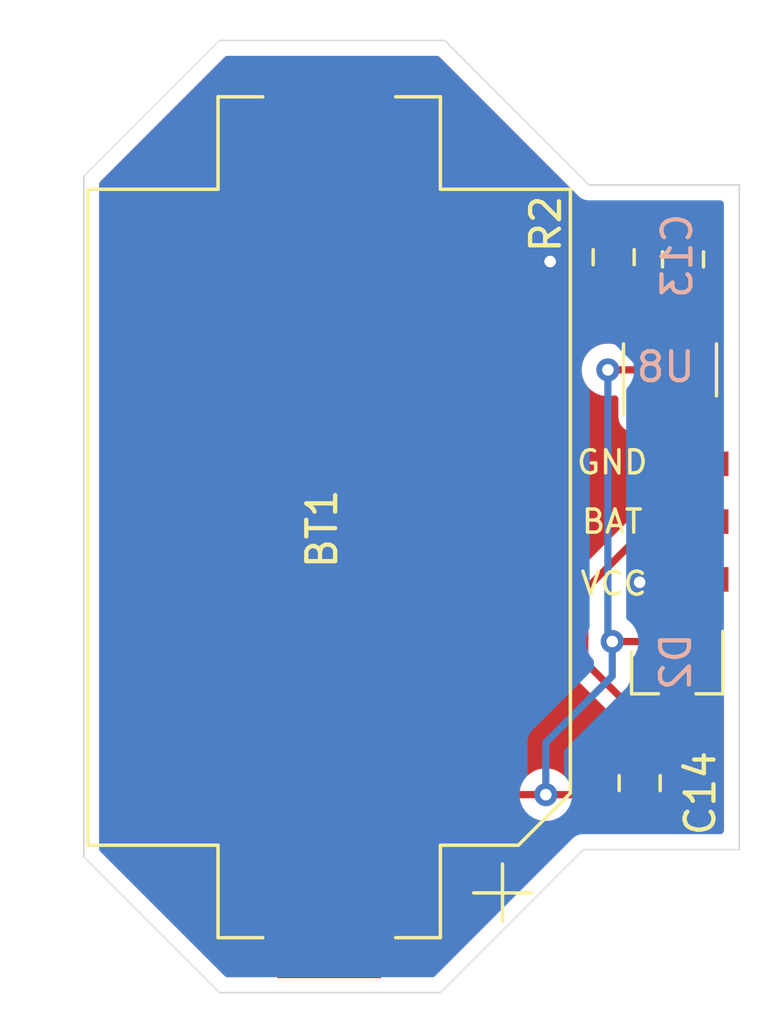
<source format=kicad_pcb>
(kicad_pcb (version 20171130) (host pcbnew "(5.1.7)-1")

  (general
    (thickness 1.6)
    (drawings 15)
    (tracks 51)
    (zones 0)
    (modules 7)
    (nets 7)
  )

  (page A4)
  (layers
    (0 F.Cu signal)
    (31 B.Cu signal)
    (32 B.Adhes user)
    (33 F.Adhes user)
    (34 B.Paste user)
    (35 F.Paste user)
    (36 B.SilkS user)
    (37 F.SilkS user)
    (38 B.Mask user)
    (39 F.Mask user)
    (40 Dwgs.User user)
    (41 Cmts.User user hide)
    (42 Eco1.User user hide)
    (43 Eco2.User user hide)
    (44 Edge.Cuts user)
    (45 Margin user hide)
    (46 B.CrtYd user hide)
    (47 F.CrtYd user)
    (48 B.Fab user hide)
    (49 F.Fab user hide)
  )

  (setup
    (last_trace_width 0.25)
    (trace_clearance 0.2)
    (zone_clearance 0.508)
    (zone_45_only no)
    (trace_min 0.2)
    (via_size 0.8)
    (via_drill 0.4)
    (via_min_size 0.4)
    (via_min_drill 0.3)
    (uvia_size 0.3)
    (uvia_drill 0.1)
    (uvias_allowed no)
    (uvia_min_size 0.2)
    (uvia_min_drill 0.1)
    (edge_width 0.05)
    (segment_width 0.2)
    (pcb_text_width 0.3)
    (pcb_text_size 1.5 1.5)
    (mod_edge_width 0.12)
    (mod_text_size 1 1)
    (mod_text_width 0.15)
    (pad_size 1.524 1.524)
    (pad_drill 0.762)
    (pad_to_mask_clearance 0)
    (aux_axis_origin 0 0)
    (visible_elements 7FFFFFFF)
    (pcbplotparams
      (layerselection 0x010fc_ffffffff)
      (usegerberextensions false)
      (usegerberattributes true)
      (usegerberadvancedattributes true)
      (creategerberjobfile true)
      (excludeedgelayer true)
      (linewidth 0.100000)
      (plotframeref false)
      (viasonmask false)
      (mode 1)
      (useauxorigin false)
      (hpglpennumber 1)
      (hpglpenspeed 20)
      (hpglpendiameter 15.000000)
      (psnegative false)
      (psa4output false)
      (plotreference true)
      (plotvalue true)
      (plotinvisibletext false)
      (padsonsilk false)
      (subtractmaskfromsilk false)
      (outputformat 1)
      (mirror false)
      (drillshape 0)
      (scaleselection 1)
      (outputdirectory "gerber/"))
  )

  (net 0 "")
  (net 1 "Net-(BT1-Pad1)")
  (net 2 GNDD)
  (net 3 VCC)
  (net 4 "Net-(D2-Pad3)")
  (net 5 "Net-(R2-Pad1)")
  (net 6 "Net-(U8-Pad1)")

  (net_class Default "This is the default net class."
    (clearance 0.2)
    (trace_width 0.25)
    (via_dia 0.8)
    (via_drill 0.4)
    (uvia_dia 0.3)
    (uvia_drill 0.1)
    (add_net GNDD)
    (add_net "Net-(BT1-Pad1)")
    (add_net "Net-(D2-Pad3)")
    (add_net "Net-(R2-Pad1)")
    (add_net "Net-(U8-Pad1)")
    (add_net VCC)
  )

  (module Connector_PinHeader_2.00mm:PinHeader_1x03_P2.00mm_Vertical_SMD_Pin1Left (layer F.Cu) (tedit 62EB641B) (tstamp 62EBCEF0)
    (at 167.95 86.8 180)
    (descr "surface-mounted straight pin header, 1x03, 2.00mm pitch, single row, style 1 (pin 1 left)")
    (tags "Surface mounted pin header SMD 1x03 2.00mm single row style1 pin1 left")
    (path /62F573B9)
    (attr smd)
    (fp_text reference J1 (at 0 -4.06) (layer Cmts.User)
      (effects (font (size 1 1) (thickness 0.15)))
    )
    (fp_text value Conn_01x03_Female (at 0 4.06) (layer F.Fab)
      (effects (font (size 1 1) (thickness 0.15)))
    )
    (fp_line (start -0.25 -3) (end 1 -3) (layer F.Fab) (width 0.1))
    (fp_line (start -1 3) (end -1 -2.25) (layer F.Fab) (width 0.1))
    (fp_line (start -1 -2.25) (end -0.25 -3) (layer F.Fab) (width 0.1))
    (fp_line (start 1 -3) (end 1 3) (layer F.Fab) (width 0.1))
    (fp_text user %R (at 0 0 90) (layer F.Fab)
      (effects (font (size 1 1) (thickness 0.15)))
    )
    (pad 2 smd rect (at 0 0 180) (size 2.35 0.85) (layers F.Cu F.Paste F.Mask)
      (net 4 "Net-(D2-Pad3)"))
    (pad 3 smd rect (at 0 2 180) (size 2.35 0.85) (layers F.Cu F.Paste F.Mask)
      (net 2 GNDD))
    (pad 1 smd rect (at 0 -2 180) (size 2.35 0.85) (layers F.Cu F.Paste F.Mask)
      (net 3 VCC))
    (model ${KISYS3DMOD}/Connector_PinHeader_2.00mm.3dshapes/PinHeader_1x03_P2.00mm_Vertical_SMD_Pin1Left.wrl
      (at (xyz 0 0 0))
      (scale (xyz 1 1 1))
      (rotate (xyz 0 0 0))
    )
  )

  (module Package_TO_SOT_SMD:SOT-23-5 (layer F.Cu) (tedit 5A02FF57) (tstamp 62EBC4A6)
    (at 167.1 81.55 90)
    (descr "5-pin SOT23 package")
    (tags SOT-23-5)
    (path /62EA5BCE)
    (attr smd)
    (fp_text reference U8 (at 0.1 -0.15) (layer B.SilkS)
      (effects (font (size 1 1) (thickness 0.15)) (justify mirror))
    )
    (fp_text value MCP73832-2-OT (at 0 2.9 90) (layer F.Fab)
      (effects (font (size 1 1) (thickness 0.15)))
    )
    (fp_line (start -0.9 1.61) (end 0.9 1.61) (layer F.SilkS) (width 0.12))
    (fp_line (start 0.9 -1.61) (end -1.55 -1.61) (layer F.SilkS) (width 0.12))
    (fp_line (start -1.9 -1.8) (end 1.9 -1.8) (layer F.CrtYd) (width 0.05))
    (fp_line (start 1.9 -1.8) (end 1.9 1.8) (layer F.CrtYd) (width 0.05))
    (fp_line (start 1.9 1.8) (end -1.9 1.8) (layer F.CrtYd) (width 0.05))
    (fp_line (start -1.9 1.8) (end -1.9 -1.8) (layer F.CrtYd) (width 0.05))
    (fp_line (start -0.9 -0.9) (end -0.25 -1.55) (layer F.Fab) (width 0.1))
    (fp_line (start 0.9 -1.55) (end -0.25 -1.55) (layer F.Fab) (width 0.1))
    (fp_line (start -0.9 -0.9) (end -0.9 1.55) (layer F.Fab) (width 0.1))
    (fp_line (start 0.9 1.55) (end -0.9 1.55) (layer F.Fab) (width 0.1))
    (fp_line (start 0.9 -1.55) (end 0.9 1.55) (layer F.Fab) (width 0.1))
    (fp_text user %R (at 0 0) (layer F.Fab)
      (effects (font (size 0.5 0.5) (thickness 0.075)))
    )
    (pad 5 smd rect (at 1.1 -0.95 90) (size 1.06 0.65) (layers F.Cu F.Paste F.Mask)
      (net 5 "Net-(R2-Pad1)"))
    (pad 4 smd rect (at 1.1 0.95 90) (size 1.06 0.65) (layers F.Cu F.Paste F.Mask)
      (net 3 VCC))
    (pad 3 smd rect (at -1.1 0.95 90) (size 1.06 0.65) (layers F.Cu F.Paste F.Mask)
      (net 1 "Net-(BT1-Pad1)"))
    (pad 2 smd rect (at -1.1 0 90) (size 1.06 0.65) (layers F.Cu F.Paste F.Mask)
      (net 2 GNDD))
    (pad 1 smd rect (at -1.1 -0.95 90) (size 1.06 0.65) (layers F.Cu F.Paste F.Mask)
      (net 6 "Net-(U8-Pad1)"))
    (model ${KISYS3DMOD}/Package_TO_SOT_SMD.3dshapes/SOT-23-5.wrl
      (at (xyz 0 0 0))
      (scale (xyz 1 1 1))
      (rotate (xyz 0 0 0))
    )
  )

  (module Resistor_SMD:R_0805_2012Metric_Pad1.15x1.40mm_HandSolder (layer F.Cu) (tedit 5B36C52B) (tstamp 62EBC491)
    (at 165.15 77.65 90)
    (descr "Resistor SMD 0805 (2012 Metric), square (rectangular) end terminal, IPC_7351 nominal with elongated pad for handsoldering. (Body size source: https://docs.google.com/spreadsheets/d/1BsfQQcO9C6DZCsRaXUlFlo91Tg2WpOkGARC1WS5S8t0/edit?usp=sharing), generated with kicad-footprint-generator")
    (tags "resistor handsolder")
    (path /634D5376)
    (attr smd)
    (fp_text reference R2 (at 1.15 -2.35 270) (layer F.SilkS)
      (effects (font (size 1 1) (thickness 0.15)))
    )
    (fp_text value 28k (at 0 1.65 90) (layer F.Fab)
      (effects (font (size 1 1) (thickness 0.15)))
    )
    (fp_line (start -1 0.6) (end -1 -0.6) (layer F.Fab) (width 0.1))
    (fp_line (start -1 -0.6) (end 1 -0.6) (layer F.Fab) (width 0.1))
    (fp_line (start 1 -0.6) (end 1 0.6) (layer F.Fab) (width 0.1))
    (fp_line (start 1 0.6) (end -1 0.6) (layer F.Fab) (width 0.1))
    (fp_line (start -0.261252 -0.71) (end 0.261252 -0.71) (layer F.SilkS) (width 0.12))
    (fp_line (start -0.261252 0.71) (end 0.261252 0.71) (layer F.SilkS) (width 0.12))
    (fp_line (start -1.85 0.95) (end -1.85 -0.95) (layer F.CrtYd) (width 0.05))
    (fp_line (start -1.85 -0.95) (end 1.85 -0.95) (layer F.CrtYd) (width 0.05))
    (fp_line (start 1.85 -0.95) (end 1.85 0.95) (layer F.CrtYd) (width 0.05))
    (fp_line (start 1.85 0.95) (end -1.85 0.95) (layer F.CrtYd) (width 0.05))
    (fp_text user %R (at 0 0 90) (layer F.Fab)
      (effects (font (size 0.5 0.5) (thickness 0.08)))
    )
    (pad 2 smd roundrect (at 1.025 0 90) (size 1.15 1.4) (layers F.Cu F.Paste F.Mask) (roundrect_rratio 0.2173904347826087)
      (net 2 GNDD))
    (pad 1 smd roundrect (at -1.025 0 90) (size 1.15 1.4) (layers F.Cu F.Paste F.Mask) (roundrect_rratio 0.2173904347826087)
      (net 5 "Net-(R2-Pad1)"))
    (model ${KISYS3DMOD}/Resistor_SMD.3dshapes/R_0805_2012Metric.wrl
      (at (xyz 0 0 0))
      (scale (xyz 1 1 1))
      (rotate (xyz 0 0 0))
    )
  )

  (module Package_TO_SOT_SMD:SOT-23 (layer F.Cu) (tedit 5A02FF57) (tstamp 62EBC45E)
    (at 167.35 92 270)
    (descr "SOT-23, Standard")
    (tags SOT-23)
    (path /63448F7F)
    (attr smd)
    (fp_text reference D2 (at -0.35 0.05 90) (layer B.SilkS)
      (effects (font (size 1 1) (thickness 0.15)) (justify mirror))
    )
    (fp_text value BAT54C (at 0 2.5 90) (layer F.Fab)
      (effects (font (size 1 1) (thickness 0.15)))
    )
    (fp_line (start -0.7 -0.95) (end -0.7 1.5) (layer F.Fab) (width 0.1))
    (fp_line (start -0.15 -1.52) (end 0.7 -1.52) (layer F.Fab) (width 0.1))
    (fp_line (start -0.7 -0.95) (end -0.15 -1.52) (layer F.Fab) (width 0.1))
    (fp_line (start 0.7 -1.52) (end 0.7 1.52) (layer F.Fab) (width 0.1))
    (fp_line (start -0.7 1.52) (end 0.7 1.52) (layer F.Fab) (width 0.1))
    (fp_line (start 0.76 1.58) (end 0.76 0.65) (layer F.SilkS) (width 0.12))
    (fp_line (start 0.76 -1.58) (end 0.76 -0.65) (layer F.SilkS) (width 0.12))
    (fp_line (start -1.7 -1.75) (end 1.7 -1.75) (layer F.CrtYd) (width 0.05))
    (fp_line (start 1.7 -1.75) (end 1.7 1.75) (layer F.CrtYd) (width 0.05))
    (fp_line (start 1.7 1.75) (end -1.7 1.75) (layer F.CrtYd) (width 0.05))
    (fp_line (start -1.7 1.75) (end -1.7 -1.75) (layer F.CrtYd) (width 0.05))
    (fp_line (start 0.76 -1.58) (end -1.4 -1.58) (layer F.SilkS) (width 0.12))
    (fp_line (start 0.76 1.58) (end -0.7 1.58) (layer F.SilkS) (width 0.12))
    (fp_text user %R (at 0 0) (layer F.Fab)
      (effects (font (size 0.5 0.5) (thickness 0.075)))
    )
    (pad 3 smd rect (at 1 0 270) (size 0.9 0.8) (layers F.Cu F.Paste F.Mask)
      (net 4 "Net-(D2-Pad3)"))
    (pad 2 smd rect (at -1 0.95 270) (size 0.9 0.8) (layers F.Cu F.Paste F.Mask)
      (net 1 "Net-(BT1-Pad1)"))
    (pad 1 smd rect (at -1 -0.95 270) (size 0.9 0.8) (layers F.Cu F.Paste F.Mask)
      (net 3 VCC))
    (model ${KISYS3DMOD}/Package_TO_SOT_SMD.3dshapes/SOT-23.wrl
      (at (xyz 0 0 0))
      (scale (xyz 1 1 1))
      (rotate (xyz 0 0 0))
    )
  )

  (module Capacitor_SMD:C_0805_2012Metric_Pad1.15x1.40mm_HandSolder (layer F.Cu) (tedit 5B36C52B) (tstamp 62EBC449)
    (at 166.05 95.85 90)
    (descr "Capacitor SMD 0805 (2012 Metric), square (rectangular) end terminal, IPC_7351 nominal with elongated pad for handsoldering. (Body size source: https://docs.google.com/spreadsheets/d/1BsfQQcO9C6DZCsRaXUlFlo91Tg2WpOkGARC1WS5S8t0/edit?usp=sharing), generated with kicad-footprint-generator")
    (tags "capacitor handsolder")
    (path /62F16D1B)
    (attr smd)
    (fp_text reference C14 (at -0.35 2.1 90) (layer F.SilkS)
      (effects (font (size 1 1) (thickness 0.15)))
    )
    (fp_text value 4.7u (at 0 1.65 270) (layer F.Fab)
      (effects (font (size 1 1) (thickness 0.15)))
    )
    (fp_line (start -1 0.6) (end -1 -0.6) (layer F.Fab) (width 0.1))
    (fp_line (start -1 -0.6) (end 1 -0.6) (layer F.Fab) (width 0.1))
    (fp_line (start 1 -0.6) (end 1 0.6) (layer F.Fab) (width 0.1))
    (fp_line (start 1 0.6) (end -1 0.6) (layer F.Fab) (width 0.1))
    (fp_line (start -0.261252 -0.71) (end 0.261252 -0.71) (layer F.SilkS) (width 0.12))
    (fp_line (start -0.261252 0.71) (end 0.261252 0.71) (layer F.SilkS) (width 0.12))
    (fp_line (start -1.85 0.95) (end -1.85 -0.95) (layer F.CrtYd) (width 0.05))
    (fp_line (start -1.85 -0.95) (end 1.85 -0.95) (layer F.CrtYd) (width 0.05))
    (fp_line (start 1.85 -0.95) (end 1.85 0.95) (layer F.CrtYd) (width 0.05))
    (fp_line (start 1.85 0.95) (end -1.85 0.95) (layer F.CrtYd) (width 0.05))
    (fp_text user %R (at 0 0 270) (layer F.Fab)
      (effects (font (size 0.5 0.5) (thickness 0.08)))
    )
    (pad 2 smd roundrect (at 1.025 0 90) (size 1.15 1.4) (layers F.Cu F.Paste F.Mask) (roundrect_rratio 0.2173904347826087)
      (net 2 GNDD))
    (pad 1 smd roundrect (at -1.025 0 90) (size 1.15 1.4) (layers F.Cu F.Paste F.Mask) (roundrect_rratio 0.2173904347826087)
      (net 1 "Net-(BT1-Pad1)"))
    (model ${KISYS3DMOD}/Capacitor_SMD.3dshapes/C_0805_2012Metric.wrl
      (at (xyz 0 0 0))
      (scale (xyz 1 1 1))
      (rotate (xyz 0 0 0))
    )
  )

  (module Capacitor_SMD:C_0805_2012Metric_Pad1.15x1.40mm_HandSolder (layer F.Cu) (tedit 5B36C52B) (tstamp 62EBCE32)
    (at 167.55 77.725 90)
    (descr "Capacitor SMD 0805 (2012 Metric), square (rectangular) end terminal, IPC_7351 nominal with elongated pad for handsoldering. (Body size source: https://docs.google.com/spreadsheets/d/1BsfQQcO9C6DZCsRaXUlFlo91Tg2WpOkGARC1WS5S8t0/edit?usp=sharing), generated with kicad-footprint-generator")
    (tags "capacitor handsolder")
    (path /6355267C)
    (attr smd)
    (fp_text reference C13 (at 0.125 -0.2 90) (layer B.SilkS)
      (effects (font (size 1 1) (thickness 0.15)) (justify mirror))
    )
    (fp_text value 4.7u (at 0 1.65 90) (layer F.Fab)
      (effects (font (size 1 1) (thickness 0.15)))
    )
    (fp_line (start -1 0.6) (end -1 -0.6) (layer F.Fab) (width 0.1))
    (fp_line (start -1 -0.6) (end 1 -0.6) (layer F.Fab) (width 0.1))
    (fp_line (start 1 -0.6) (end 1 0.6) (layer F.Fab) (width 0.1))
    (fp_line (start 1 0.6) (end -1 0.6) (layer F.Fab) (width 0.1))
    (fp_line (start -0.261252 -0.71) (end 0.261252 -0.71) (layer F.SilkS) (width 0.12))
    (fp_line (start -0.261252 0.71) (end 0.261252 0.71) (layer F.SilkS) (width 0.12))
    (fp_line (start -1.85 0.95) (end -1.85 -0.95) (layer F.CrtYd) (width 0.05))
    (fp_line (start -1.85 -0.95) (end 1.85 -0.95) (layer F.CrtYd) (width 0.05))
    (fp_line (start 1.85 -0.95) (end 1.85 0.95) (layer F.CrtYd) (width 0.05))
    (fp_line (start 1.85 0.95) (end -1.85 0.95) (layer F.CrtYd) (width 0.05))
    (fp_text user %R (at 0 0 90) (layer F.Fab)
      (effects (font (size 0.5 0.5) (thickness 0.08)))
    )
    (pad 2 smd roundrect (at 1.025 0 90) (size 1.15 1.4) (layers F.Cu F.Paste F.Mask) (roundrect_rratio 0.2173904347826087)
      (net 2 GNDD))
    (pad 1 smd roundrect (at -1.025 0 90) (size 1.15 1.4) (layers F.Cu F.Paste F.Mask) (roundrect_rratio 0.2173904347826087)
      (net 3 VCC))
    (model ${KISYS3DMOD}/Capacitor_SMD.3dshapes/C_0805_2012Metric.wrl
      (at (xyz 0 0 0))
      (scale (xyz 1 1 1))
      (rotate (xyz 0 0 0))
    )
  )

  (module Battery:BatteryHolder_Keystone_1060_1x2032 (layer F.Cu) (tedit 5B98EF5E) (tstamp 62EBC427)
    (at 155.3 86.65 90)
    (descr http://www.keyelco.com/product-pdf.cfm?p=726)
    (tags "CR2032 BR2032 BatteryHolder Battery")
    (path /62EA7BB3)
    (attr smd)
    (fp_text reference BT1 (at -0.4 -0.25 90) (layer F.SilkS)
      (effects (font (size 1 1) (thickness 0.15)))
    )
    (fp_text value rjd2032C1 (at 0 -11.75 90) (layer F.Fab)
      (effects (font (size 1 1) (thickness 0.15)))
    )
    (fp_circle (center 0 0) (end -10.2 0) (layer Dwgs.User) (width 0.3))
    (fp_line (start 11 8) (end -9.4 8) (layer F.Fab) (width 0.1))
    (fp_line (start 11 -8) (end -11 -8) (layer F.Fab) (width 0.1))
    (fp_line (start 11 8) (end 11 3.5) (layer F.Fab) (width 0.1))
    (fp_line (start 11 -8) (end 11 -3.5) (layer F.Fab) (width 0.1))
    (fp_line (start -11 -8) (end -11 -3.5) (layer F.Fab) (width 0.1))
    (fp_line (start -11 6.4) (end -11 3.5) (layer F.Fab) (width 0.1))
    (fp_line (start -11 3.5) (end -14.2 3.5) (layer F.Fab) (width 0.1))
    (fp_line (start -14.2 3.5) (end -14.2 -3.5) (layer F.Fab) (width 0.1))
    (fp_line (start -14.2 -3.5) (end -11 -3.5) (layer F.Fab) (width 0.1))
    (fp_line (start 11 3.5) (end 14.2 3.5) (layer F.Fab) (width 0.1))
    (fp_line (start 14.2 3.5) (end 14.2 -3.5) (layer F.Fab) (width 0.1))
    (fp_line (start 14.2 -3.5) (end 11 -3.5) (layer F.Fab) (width 0.1))
    (fp_line (start -9.4 8) (end -11 6.4) (layer F.Fab) (width 0.1))
    (fp_line (start 11.35 3.85) (end 14.55 3.85) (layer F.SilkS) (width 0.12))
    (fp_line (start 14.55 3.85) (end 14.55 2.3) (layer F.SilkS) (width 0.12))
    (fp_line (start 11.35 8.35) (end 11.35 3.85) (layer F.SilkS) (width 0.12))
    (fp_line (start 11.35 8.35) (end -9.55 8.35) (layer F.SilkS) (width 0.12))
    (fp_line (start -11.35 6.55) (end -11.35 3.85) (layer F.SilkS) (width 0.12))
    (fp_line (start -9.55 8.35) (end -11.35 6.55) (layer F.SilkS) (width 0.12))
    (fp_line (start -11.35 3.85) (end -14.55 3.85) (layer F.SilkS) (width 0.12))
    (fp_line (start -14.55 3.85) (end -14.55 2.3) (layer F.SilkS) (width 0.12))
    (fp_line (start -11.35 -3.85) (end -14.55 -3.85) (layer F.SilkS) (width 0.12))
    (fp_line (start -14.55 -3.85) (end -14.55 -2.3) (layer F.SilkS) (width 0.12))
    (fp_line (start 11.35 -3.85) (end 14.55 -3.85) (layer F.SilkS) (width 0.12))
    (fp_line (start 14.55 -3.85) (end 14.55 -2.3) (layer F.SilkS) (width 0.12))
    (fp_line (start -11.35 -8.35) (end 11.35 -8.35) (layer F.SilkS) (width 0.12))
    (fp_line (start -11.35 -8.35) (end -11.35 -3.85) (layer F.SilkS) (width 0.12))
    (fp_line (start 11.35 -8.35) (end 11.35 -3.85) (layer F.SilkS) (width 0.12))
    (fp_line (start 11.5 8.5) (end 6.5 8.5) (layer F.CrtYd) (width 0.05))
    (fp_line (start -6.5 8.5) (end -11.5 8.5) (layer F.CrtYd) (width 0.05))
    (fp_line (start -11.5 4) (end -11.5 8.5) (layer F.CrtYd) (width 0.05))
    (fp_line (start -14.7 4) (end -11.5 4) (layer F.CrtYd) (width 0.05))
    (fp_line (start -14.7 4) (end -14.7 2.3) (layer F.CrtYd) (width 0.05))
    (fp_line (start -14.7 2.3) (end -16.45 2.3) (layer F.CrtYd) (width 0.05))
    (fp_line (start -16.45 2.3) (end -16.45 -2.3) (layer F.CrtYd) (width 0.05))
    (fp_line (start -14.7 -2.3) (end -16.45 -2.3) (layer F.CrtYd) (width 0.05))
    (fp_line (start -14.7 -2.3) (end -14.7 -4) (layer F.CrtYd) (width 0.05))
    (fp_line (start -14.7 -4) (end -11.5 -4) (layer F.CrtYd) (width 0.05))
    (fp_line (start -11.5 -4) (end -11.5 -8.5) (layer F.CrtYd) (width 0.05))
    (fp_line (start -11.5 -8.5) (end -6.5 -8.5) (layer F.CrtYd) (width 0.05))
    (fp_line (start 11.5 -8.5) (end 11.5 -4) (layer F.CrtYd) (width 0.05))
    (fp_line (start 11.5 -4) (end 14.7 -4) (layer F.CrtYd) (width 0.05))
    (fp_line (start 14.7 -4) (end 14.7 -2.3) (layer F.CrtYd) (width 0.05))
    (fp_line (start 14.7 -2.3) (end 16.45 -2.3) (layer F.CrtYd) (width 0.05))
    (fp_line (start 16.45 -2.3) (end 16.45 2.3) (layer F.CrtYd) (width 0.05))
    (fp_line (start 16.45 2.3) (end 14.7 2.3) (layer F.CrtYd) (width 0.05))
    (fp_line (start 14.7 2.3) (end 14.7 4) (layer F.CrtYd) (width 0.05))
    (fp_line (start 14.7 4) (end 11.5 4) (layer F.CrtYd) (width 0.05))
    (fp_line (start 11.5 4) (end 11.5 8.5) (layer F.CrtYd) (width 0.05))
    (fp_line (start 11.5 -8.5) (end 6.5 -8.5) (layer F.CrtYd) (width 0.05))
    (fp_line (start -13 5) (end -13 7) (layer F.SilkS) (width 0.12))
    (fp_line (start -12 6) (end -14 6) (layer F.SilkS) (width 0.12))
    (fp_text user %R (at 0 0 90) (layer F.Fab)
      (effects (font (size 1 1) (thickness 0.15)))
    )
    (fp_arc (start 0 0) (end 6.5 -8.5) (angle -74.81070976) (layer F.CrtYd) (width 0.05))
    (fp_arc (start 0 0) (end -6.5 8.5) (angle -74.81070976) (layer F.CrtYd) (width 0.05))
    (pad 1 smd rect (at -14.65 0 270) (size 2.6 3.6) (layers F.Cu F.Paste F.Mask)
      (net 1 "Net-(BT1-Pad1)"))
    (pad 2 smd rect (at 14.65 0 270) (size 2.6 3.6) (layers F.Cu F.Paste F.Mask)
      (net 2 GNDD))
    (model ${KISYS3DMOD}/Battery.3dshapes/BatteryHolder_Keystone_1060_1x2032.wrl
      (at (xyz 0 0 0))
      (scale (xyz 1 1 1))
      (rotate (xyz 0 0 0))
    )
  )

  (gr_text VCC (at 165.15 88.95) (layer F.SilkS)
    (effects (font (size 0.8 0.8) (thickness 0.12)))
  )
  (gr_text GND (at 165.1 84.75) (layer F.SilkS)
    (effects (font (size 0.8 0.8) (thickness 0.12)))
  )
  (gr_text BAT (at 165.1 86.8) (layer F.SilkS)
    (effects (font (size 0.8 0.8) (thickness 0.12)))
  )
  (gr_line (start 164.1 98.15) (end 159.15 103.1) (layer Edge.Cuts) (width 0.05))
  (gr_line (start 159.1 103.1) (end 159.15 103.1) (layer Edge.Cuts) (width 0.05))
  (gr_line (start 151.5 103.1) (end 159.1 103.1) (layer Edge.Cuts) (width 0.05))
  (gr_line (start 146.8 98.4) (end 146.8 98.15) (layer Edge.Cuts) (width 0.05) (tstamp 62EBE40F))
  (gr_line (start 151.5 103.1) (end 146.8 98.4) (layer Edge.Cuts) (width 0.05))
  (gr_line (start 169.5 98.15) (end 164.1 98.15) (layer Edge.Cuts) (width 0.05))
  (gr_line (start 169.5 75.15) (end 169.5 98.15) (layer Edge.Cuts) (width 0.05))
  (gr_line (start 164.3 75.15) (end 169.5 75.15) (layer Edge.Cuts) (width 0.05))
  (gr_line (start 159.3 70.15) (end 164.3 75.15) (layer Edge.Cuts) (width 0.05))
  (gr_line (start 151.5 70.15) (end 159.3 70.15) (layer Edge.Cuts) (width 0.05))
  (gr_line (start 146.8 74.85) (end 151.5 70.15) (layer Edge.Cuts) (width 0.05))
  (gr_line (start 146.8 98.15) (end 146.8 74.85) (layer Edge.Cuts) (width 0.05))

  (via (at 164.95 81.55) (size 0.8) (drill 0.4) (layers F.Cu B.Cu) (net 1))
  (segment (start 168.05 81.87) (end 167.73 81.55) (width 0.25) (layer F.Cu) (net 1))
  (segment (start 167.73 81.55) (end 164.95 81.55) (width 0.25) (layer F.Cu) (net 1))
  (segment (start 168.05 82.65) (end 168.05 81.87) (width 0.25) (layer F.Cu) (net 1))
  (segment (start 164.95 90.8) (end 165.1 90.95) (width 0.25) (layer B.Cu) (net 1))
  (via (at 165.1 90.95) (size 0.8) (drill 0.4) (layers F.Cu B.Cu) (net 1))
  (segment (start 164.95 81.55) (end 164.95 90.8) (width 0.25) (layer B.Cu) (net 1))
  (segment (start 166.35 90.95) (end 166.4 91) (width 0.25) (layer F.Cu) (net 1))
  (segment (start 165.1 90.95) (end 166.35 90.95) (width 0.25) (layer F.Cu) (net 1))
  (segment (start 165.1 90.95) (end 165.1 92.15) (width 0.25) (layer B.Cu) (net 1))
  (via (at 162.8 96.25) (size 0.8) (drill 0.4) (layers F.Cu B.Cu) (net 1))
  (segment (start 162.8 94.45) (end 162.8 96.25) (width 0.25) (layer B.Cu) (net 1))
  (segment (start 165.1 92.15) (end 162.8 94.45) (width 0.25) (layer B.Cu) (net 1))
  (segment (start 160.35 96.25) (end 155.3 101.3) (width 0.25) (layer F.Cu) (net 1))
  (segment (start 162.8 96.25) (end 160.35 96.25) (width 0.25) (layer F.Cu) (net 1))
  (segment (start 165.375 96.875) (end 164.75 96.25) (width 0.25) (layer F.Cu) (net 1))
  (segment (start 166.05 96.875) (end 165.375 96.875) (width 0.25) (layer F.Cu) (net 1))
  (segment (start 162.8 96.25) (end 164.75 96.25) (width 0.25) (layer F.Cu) (net 1))
  (segment (start 159.925 76.625) (end 155.3 72) (width 0.25) (layer F.Cu) (net 2))
  (segment (start 165.15 76.625) (end 159.925 76.625) (width 0.25) (layer F.Cu) (net 2))
  (segment (start 165.225 76.7) (end 165.15 76.625) (width 0.25) (layer F.Cu) (net 2))
  (segment (start 167.55 76.7) (end 165.225 76.7) (width 0.25) (layer F.Cu) (net 2))
  (segment (start 167.1 83.95) (end 167.95 84.8) (width 0.25) (layer F.Cu) (net 2))
  (segment (start 167.1 82.65) (end 167.1 83.95) (width 0.25) (layer F.Cu) (net 2))
  (segment (start 159.925 78.2) (end 159.925 76.625) (width 0.25) (layer F.Cu) (net 2))
  (segment (start 166.525 84.8) (end 159.925 78.2) (width 0.25) (layer F.Cu) (net 2))
  (segment (start 167.95 84.8) (end 166.525 84.8) (width 0.25) (layer F.Cu) (net 2))
  (segment (start 159.925 89.1) (end 159.925 78.2) (width 0.25) (layer F.Cu) (net 2))
  (segment (start 165.65 94.825) (end 159.925 89.1) (width 0.25) (layer F.Cu) (net 2))
  (segment (start 166.05 94.825) (end 165.65 94.825) (width 0.25) (layer F.Cu) (net 2))
  (segment (start 167.55 79.95) (end 168.05 80.45) (width 0.25) (layer F.Cu) (net 3))
  (segment (start 167.55 78.75) (end 167.55 79.95) (width 0.25) (layer F.Cu) (net 3))
  (segment (start 167.95 90.65) (end 168.3 91) (width 0.25) (layer F.Cu) (net 3))
  (segment (start 167.95 88.8) (end 167.95 90.65) (width 0.25) (layer F.Cu) (net 3))
  (via (at 166.05 88.9) (size 0.8) (drill 0.4) (layers F.Cu B.Cu) (net 3))
  (segment (start 166.15 88.8) (end 166.05 88.9) (width 0.25) (layer F.Cu) (net 3))
  (segment (start 167.95 88.8) (end 166.15 88.8) (width 0.25) (layer F.Cu) (net 3))
  (segment (start 166.05 88.9) (end 166.05 81.35) (width 0.25) (layer B.Cu) (net 3))
  (via (at 162.95 77.8) (size 0.8) (drill 0.4) (layers F.Cu B.Cu) (net 3))
  (segment (start 162.95 78.25) (end 162.95 77.8) (width 0.25) (layer B.Cu) (net 3))
  (segment (start 166.05 81.35) (end 162.95 78.25) (width 0.25) (layer B.Cu) (net 3))
  (segment (start 162.95 77.8) (end 163.15 77.6) (width 0.25) (layer F.Cu) (net 3))
  (segment (start 166.4 77.6) (end 167.55 78.75) (width 0.25) (layer F.Cu) (net 3))
  (segment (start 163.15 77.6) (end 166.4 77.6) (width 0.25) (layer F.Cu) (net 3))
  (segment (start 167.35 93) (end 165.5 93) (width 0.25) (layer F.Cu) (net 4))
  (segment (start 165.5 93) (end 164.15 91.65) (width 0.25) (layer F.Cu) (net 4))
  (segment (start 166.525 86.8) (end 167.95 86.8) (width 0.25) (layer F.Cu) (net 4))
  (segment (start 164.15 89.175) (end 166.525 86.8) (width 0.25) (layer F.Cu) (net 4))
  (segment (start 164.15 91.65) (end 164.15 89.175) (width 0.25) (layer F.Cu) (net 4))
  (segment (start 165.15 79.45) (end 166.15 80.45) (width 0.25) (layer F.Cu) (net 5))
  (segment (start 165.15 78.675) (end 165.15 79.45) (width 0.25) (layer F.Cu) (net 5))

  (zone (net 2) (net_name GNDD) (layer F.Cu) (tstamp 62EBE434) (hatch edge 0.508)
    (connect_pads (clearance 0.508))
    (min_thickness 0.254)
    (fill yes (arc_segments 32) (thermal_gap 0.508) (thermal_bridge_width 0.508))
    (polygon
      (pts
        (xy 170.5 103.35) (xy 145.6 103.95) (xy 144.9 69.6) (xy 170.5 69.5)
      )
    )
    (filled_polygon
      (pts
        (xy 152.865 71.71425) (xy 153.02375 71.873) (xy 155.173 71.873) (xy 155.173 71.853) (xy 155.427 71.853)
        (xy 155.427 71.873) (xy 157.57625 71.873) (xy 157.735 71.71425) (xy 157.737739 70.81) (xy 159.02662 70.81)
        (xy 163.810388 75.593769) (xy 163.831052 75.618948) (xy 163.856231 75.639612) (xy 163.856233 75.639614) (xy 163.897907 75.673815)
        (xy 163.921425 75.693115) (xy 163.919463 75.695506) (xy 163.860498 75.80582) (xy 163.824188 75.925518) (xy 163.811928 76.05)
        (xy 163.815 76.33925) (xy 163.97375 76.498) (xy 165.023 76.498) (xy 165.023 76.478) (xy 165.277 76.478)
        (xy 165.277 76.498) (xy 166.29875 76.498) (xy 166.37375 76.573) (xy 167.423 76.573) (xy 167.423 76.553)
        (xy 167.677 76.553) (xy 167.677 76.573) (xy 167.697 76.573) (xy 167.697 76.827) (xy 167.677 76.827)
        (xy 167.677 76.847) (xy 167.423 76.847) (xy 167.423 76.827) (xy 166.40125 76.827) (xy 166.32625 76.752)
        (xy 165.277 76.752) (xy 165.277 76.772) (xy 165.023 76.772) (xy 165.023 76.752) (xy 163.97375 76.752)
        (xy 163.88575 76.84) (xy 163.33694 76.84) (xy 163.251898 76.804774) (xy 163.051939 76.765) (xy 162.848061 76.765)
        (xy 162.648102 76.804774) (xy 162.459744 76.882795) (xy 162.290226 76.996063) (xy 162.146063 77.140226) (xy 162.032795 77.309744)
        (xy 161.954774 77.498102) (xy 161.915 77.698061) (xy 161.915 77.901939) (xy 161.954774 78.101898) (xy 162.032795 78.290256)
        (xy 162.146063 78.459774) (xy 162.290226 78.603937) (xy 162.459744 78.717205) (xy 162.648102 78.795226) (xy 162.848061 78.835)
        (xy 163.051939 78.835) (xy 163.251898 78.795226) (xy 163.440256 78.717205) (xy 163.609774 78.603937) (xy 163.753937 78.459774)
        (xy 163.811928 78.372984) (xy 163.811928 79.000001) (xy 163.828992 79.173255) (xy 163.879528 79.339851) (xy 163.961595 79.493387)
        (xy 164.072038 79.627962) (xy 164.206613 79.738405) (xy 164.360149 79.820472) (xy 164.510673 79.866133) (xy 164.515026 79.874276)
        (xy 164.568142 79.938997) (xy 164.61 79.990001) (xy 164.638998 80.013799) (xy 165.162113 80.536915) (xy 165.051939 80.515)
        (xy 164.848061 80.515) (xy 164.648102 80.554774) (xy 164.459744 80.632795) (xy 164.290226 80.746063) (xy 164.146063 80.890226)
        (xy 164.032795 81.059744) (xy 163.954774 81.248102) (xy 163.915 81.448061) (xy 163.915 81.651939) (xy 163.954774 81.851898)
        (xy 164.032795 82.040256) (xy 164.146063 82.209774) (xy 164.290226 82.353937) (xy 164.459744 82.467205) (xy 164.648102 82.545226)
        (xy 164.848061 82.585) (xy 165.051939 82.585) (xy 165.186928 82.558149) (xy 165.186928 83.18) (xy 165.199188 83.304482)
        (xy 165.235498 83.42418) (xy 165.294463 83.534494) (xy 165.373815 83.631185) (xy 165.470506 83.710537) (xy 165.58082 83.769502)
        (xy 165.700518 83.805812) (xy 165.825 83.818072) (xy 166.469879 83.818072) (xy 166.420506 83.844463) (xy 166.323815 83.923815)
        (xy 166.244463 84.020506) (xy 166.185498 84.13082) (xy 166.149188 84.250518) (xy 166.136928 84.375) (xy 166.14 84.51425)
        (xy 166.29875 84.673) (xy 167.823 84.673) (xy 167.823 84.653) (xy 168.077 84.653) (xy 168.077 84.673)
        (xy 168.097 84.673) (xy 168.097 84.927) (xy 168.077 84.927) (xy 168.077 84.947) (xy 167.823 84.947)
        (xy 167.823 84.927) (xy 166.29875 84.927) (xy 166.14 85.08575) (xy 166.136928 85.225) (xy 166.149188 85.349482)
        (xy 166.185498 85.46918) (xy 166.244463 85.579494) (xy 166.323815 85.676185) (xy 166.420506 85.755537) (xy 166.503689 85.8)
        (xy 166.420506 85.844463) (xy 166.323815 85.923815) (xy 166.244463 86.020506) (xy 166.19381 86.11527) (xy 166.100724 86.165026)
        (xy 165.984999 86.259999) (xy 165.961201 86.288997) (xy 163.638998 88.611201) (xy 163.61 88.634999) (xy 163.586202 88.663997)
        (xy 163.586201 88.663998) (xy 163.515026 88.750724) (xy 163.444454 88.882754) (xy 163.400998 89.026015) (xy 163.386324 89.175)
        (xy 163.390001 89.212332) (xy 163.39 91.612677) (xy 163.386324 91.65) (xy 163.39 91.687322) (xy 163.39 91.687332)
        (xy 163.400997 91.798985) (xy 163.438976 91.924188) (xy 163.444454 91.942246) (xy 163.515026 92.074276) (xy 163.535165 92.098815)
        (xy 163.609999 92.190001) (xy 163.639003 92.213804) (xy 164.936201 93.511003) (xy 164.959999 93.540001) (xy 165.075724 93.634974)
        (xy 165.117083 93.657081) (xy 165.10582 93.660498) (xy 164.995506 93.719463) (xy 164.898815 93.798815) (xy 164.819463 93.895506)
        (xy 164.760498 94.00582) (xy 164.724188 94.125518) (xy 164.711928 94.25) (xy 164.715 94.53925) (xy 164.87375 94.698)
        (xy 165.923 94.698) (xy 165.923 94.678) (xy 166.177 94.678) (xy 166.177 94.698) (xy 167.22625 94.698)
        (xy 167.385 94.53925) (xy 167.388072 94.25) (xy 167.375812 94.125518) (xy 167.364453 94.088072) (xy 167.75 94.088072)
        (xy 167.874482 94.075812) (xy 167.99418 94.039502) (xy 168.104494 93.980537) (xy 168.201185 93.901185) (xy 168.280537 93.804494)
        (xy 168.339502 93.69418) (xy 168.375812 93.574482) (xy 168.388072 93.45) (xy 168.388072 92.55) (xy 168.375812 92.425518)
        (xy 168.339502 92.30582) (xy 168.280537 92.195506) (xy 168.201185 92.098815) (xy 168.188095 92.088072) (xy 168.7 92.088072)
        (xy 168.824482 92.075812) (xy 168.840001 92.071104) (xy 168.840001 97.49) (xy 167.335594 97.49) (xy 167.371008 97.373255)
        (xy 167.388072 97.200001) (xy 167.388072 96.549999) (xy 167.371008 96.376745) (xy 167.320472 96.210149) (xy 167.238405 96.056613)
        (xy 167.127962 95.922038) (xy 167.121406 95.916658) (xy 167.201185 95.851185) (xy 167.280537 95.754494) (xy 167.339502 95.64418)
        (xy 167.375812 95.524482) (xy 167.388072 95.4) (xy 167.385 95.11075) (xy 167.22625 94.952) (xy 166.177 94.952)
        (xy 166.177 94.972) (xy 165.923 94.972) (xy 165.923 94.952) (xy 164.87375 94.952) (xy 164.715 95.11075)
        (xy 164.711928 95.4) (xy 164.720714 95.489208) (xy 164.712678 95.49) (xy 163.503711 95.49) (xy 163.459774 95.446063)
        (xy 163.290256 95.332795) (xy 163.101898 95.254774) (xy 162.901939 95.215) (xy 162.698061 95.215) (xy 162.498102 95.254774)
        (xy 162.309744 95.332795) (xy 162.140226 95.446063) (xy 162.096289 95.49) (xy 160.387322 95.49) (xy 160.349999 95.486324)
        (xy 160.312676 95.49) (xy 160.312667 95.49) (xy 160.201014 95.500997) (xy 160.057753 95.544454) (xy 159.925724 95.615026)
        (xy 159.925722 95.615027) (xy 159.925723 95.615027) (xy 159.838996 95.686201) (xy 159.838992 95.686205) (xy 159.809999 95.709999)
        (xy 159.786205 95.738992) (xy 156.16327 99.361928) (xy 153.5 99.361928) (xy 153.375518 99.374188) (xy 153.25582 99.410498)
        (xy 153.145506 99.469463) (xy 153.048815 99.548815) (xy 152.969463 99.645506) (xy 152.910498 99.75582) (xy 152.874188 99.875518)
        (xy 152.861928 100) (xy 152.861928 102.44) (xy 151.773381 102.44) (xy 147.46 98.12662) (xy 147.46 75.12338)
        (xy 149.28338 73.3) (xy 152.861928 73.3) (xy 152.874188 73.424482) (xy 152.910498 73.54418) (xy 152.969463 73.654494)
        (xy 153.048815 73.751185) (xy 153.145506 73.830537) (xy 153.25582 73.889502) (xy 153.375518 73.925812) (xy 153.5 73.938072)
        (xy 155.01425 73.935) (xy 155.173 73.77625) (xy 155.173 72.127) (xy 155.427 72.127) (xy 155.427 73.77625)
        (xy 155.58575 73.935) (xy 157.1 73.938072) (xy 157.224482 73.925812) (xy 157.34418 73.889502) (xy 157.454494 73.830537)
        (xy 157.551185 73.751185) (xy 157.630537 73.654494) (xy 157.689502 73.54418) (xy 157.725812 73.424482) (xy 157.738072 73.3)
        (xy 157.735 72.28575) (xy 157.57625 72.127) (xy 155.427 72.127) (xy 155.173 72.127) (xy 153.02375 72.127)
        (xy 152.865 72.28575) (xy 152.861928 73.3) (xy 149.28338 73.3) (xy 151.773381 70.81) (xy 152.862261 70.81)
      )
    )
  )
  (zone (net 3) (net_name VCC) (layer B.Cu) (tstamp 62EBE431) (hatch edge 0.508)
    (connect_pads (clearance 0.508))
    (min_thickness 0.254)
    (fill yes (arc_segments 32) (thermal_gap 0.508) (thermal_bridge_width 0.508))
    (polygon
      (pts
        (xy 170.399426 103.550015) (xy 145.55 104.2) (xy 143.9 69.05) (xy 170 68.75)
      )
    )
    (polygon
      (pts
        (xy 170.399429 103.550285) (xy 170.4 103.6) (xy 170.3 103.6) (xy 170.399429 103.550285) (xy 170.399426 103.550015)
        (xy 170.4 103.55)
      )
    )
    (filled_polygon
      (pts
        (xy 163.810388 75.593769) (xy 163.831052 75.618948) (xy 163.93155 75.701425) (xy 164.046207 75.76271) (xy 164.170617 75.80045)
        (xy 164.267581 75.81) (xy 164.267591 75.81) (xy 164.3 75.813192) (xy 164.332409 75.81) (xy 168.84 75.81)
        (xy 168.840001 97.49) (xy 164.132408 97.49) (xy 164.099999 97.486808) (xy 164.06759 97.49) (xy 164.067581 97.49)
        (xy 163.970617 97.49955) (xy 163.846207 97.53729) (xy 163.731549 97.598575) (xy 163.656233 97.660386) (xy 163.631052 97.681052)
        (xy 163.610388 97.706231) (xy 158.87662 102.44) (xy 151.773381 102.44) (xy 147.46 98.12662) (xy 147.46 96.148061)
        (xy 161.765 96.148061) (xy 161.765 96.351939) (xy 161.804774 96.551898) (xy 161.882795 96.740256) (xy 161.996063 96.909774)
        (xy 162.140226 97.053937) (xy 162.309744 97.167205) (xy 162.498102 97.245226) (xy 162.698061 97.285) (xy 162.901939 97.285)
        (xy 163.101898 97.245226) (xy 163.290256 97.167205) (xy 163.459774 97.053937) (xy 163.603937 96.909774) (xy 163.717205 96.740256)
        (xy 163.795226 96.551898) (xy 163.835 96.351939) (xy 163.835 96.148061) (xy 163.795226 95.948102) (xy 163.717205 95.759744)
        (xy 163.603937 95.590226) (xy 163.56 95.546289) (xy 163.56 94.764801) (xy 165.611003 92.713799) (xy 165.640001 92.690001)
        (xy 165.734974 92.574276) (xy 165.805546 92.442247) (xy 165.849003 92.298986) (xy 165.86 92.187333) (xy 165.86 92.187324)
        (xy 165.863676 92.150001) (xy 165.86 92.112678) (xy 165.86 91.653711) (xy 165.903937 91.609774) (xy 166.017205 91.440256)
        (xy 166.095226 91.251898) (xy 166.135 91.051939) (xy 166.135 90.848061) (xy 166.095226 90.648102) (xy 166.017205 90.459744)
        (xy 165.903937 90.290226) (xy 165.759774 90.146063) (xy 165.71 90.112805) (xy 165.71 82.253711) (xy 165.753937 82.209774)
        (xy 165.867205 82.040256) (xy 165.945226 81.851898) (xy 165.985 81.651939) (xy 165.985 81.448061) (xy 165.945226 81.248102)
        (xy 165.867205 81.059744) (xy 165.753937 80.890226) (xy 165.609774 80.746063) (xy 165.440256 80.632795) (xy 165.251898 80.554774)
        (xy 165.051939 80.515) (xy 164.848061 80.515) (xy 164.648102 80.554774) (xy 164.459744 80.632795) (xy 164.290226 80.746063)
        (xy 164.146063 80.890226) (xy 164.032795 81.059744) (xy 163.954774 81.248102) (xy 163.915 81.448061) (xy 163.915 81.651939)
        (xy 163.954774 81.851898) (xy 164.032795 82.040256) (xy 164.146063 82.209774) (xy 164.19 82.253711) (xy 164.190001 90.448959)
        (xy 164.182795 90.459744) (xy 164.104774 90.648102) (xy 164.065 90.848061) (xy 164.065 91.051939) (xy 164.104774 91.251898)
        (xy 164.182795 91.440256) (xy 164.296063 91.609774) (xy 164.340001 91.653712) (xy 164.340001 91.835197) (xy 162.289003 93.886196)
        (xy 162.259999 93.909999) (xy 162.204871 93.977174) (xy 162.165026 94.025724) (xy 162.094455 94.157753) (xy 162.094454 94.157754)
        (xy 162.050997 94.301015) (xy 162.04 94.412668) (xy 162.04 94.412678) (xy 162.036324 94.45) (xy 162.04 94.487323)
        (xy 162.040001 95.546288) (xy 161.996063 95.590226) (xy 161.882795 95.759744) (xy 161.804774 95.948102) (xy 161.765 96.148061)
        (xy 147.46 96.148061) (xy 147.46 75.12338) (xy 151.773381 70.81) (xy 159.02662 70.81)
      )
    )
  )
)

</source>
